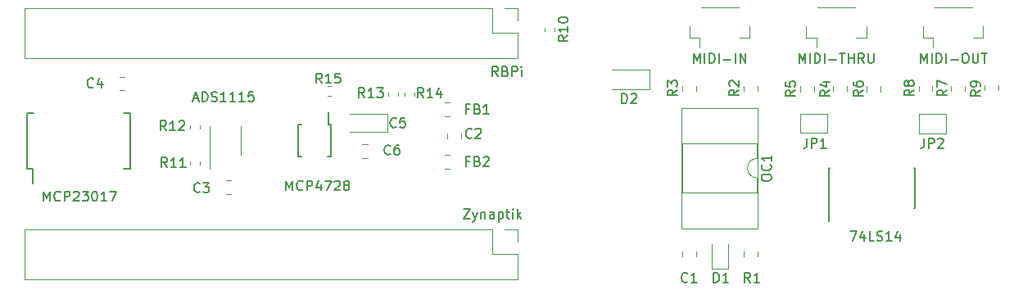
<source format=gbr>
G04 #@! TF.GenerationSoftware,KiCad,Pcbnew,5.1.6-c6e7f7d~87~ubuntu18.04.1*
G04 #@! TF.CreationDate,2020-12-02T03:09:43+01:00*
G04 #@! TF.ProjectId,zynthian_zynaptik,7a796e74-6869-4616-9e5f-7a796e617074,1.0*
G04 #@! TF.SameCoordinates,Original*
G04 #@! TF.FileFunction,Legend,Top*
G04 #@! TF.FilePolarity,Positive*
%FSLAX46Y46*%
G04 Gerber Fmt 4.6, Leading zero omitted, Abs format (unit mm)*
G04 Created by KiCad (PCBNEW 5.1.6-c6e7f7d~87~ubuntu18.04.1) date 2020-12-02 03:09:43*
%MOMM*%
%LPD*%
G01*
G04 APERTURE LIST*
%ADD10C,0.150000*%
%ADD11C,0.120000*%
G04 APERTURE END LIST*
D10*
X152250000Y-122875000D02*
X152275000Y-122875000D01*
X152250000Y-118725000D02*
X152365000Y-118725000D01*
X161150000Y-118725000D02*
X161035000Y-118725000D01*
X161150000Y-122875000D02*
X161035000Y-122875000D01*
X152250000Y-122875000D02*
X152250000Y-118725000D01*
X161150000Y-122875000D02*
X161150000Y-118725000D01*
X152275000Y-122875000D02*
X152275000Y-124250000D01*
D11*
X138505000Y-127376422D02*
X138505000Y-127893578D01*
X137085000Y-127376422D02*
X137085000Y-127893578D01*
X79458578Y-109290000D02*
X78941422Y-109290000D01*
X79458578Y-110710000D02*
X78941422Y-110710000D01*
X133750000Y-110600000D02*
X133750000Y-108600000D01*
X133750000Y-108600000D02*
X129850000Y-108600000D01*
X133750000Y-110600000D02*
X129850000Y-110600000D01*
X137860000Y-104100000D02*
X137860000Y-105250000D01*
X137860000Y-105250000D02*
X138910000Y-105250000D01*
X138910000Y-105250000D02*
X138910000Y-106240000D01*
X144080000Y-104100000D02*
X144080000Y-105250000D01*
X144080000Y-105250000D02*
X143030000Y-105250000D01*
X139030000Y-102130000D02*
X142910000Y-102130000D01*
X151095000Y-102130000D02*
X154975000Y-102130000D01*
X156145000Y-105250000D02*
X155095000Y-105250000D01*
X156145000Y-104100000D02*
X156145000Y-105250000D01*
X150975000Y-105250000D02*
X150975000Y-106240000D01*
X149925000Y-105250000D02*
X150975000Y-105250000D01*
X149925000Y-104100000D02*
X149925000Y-105250000D01*
X161990000Y-104100000D02*
X161990000Y-105250000D01*
X161990000Y-105250000D02*
X163040000Y-105250000D01*
X163040000Y-105250000D02*
X163040000Y-106240000D01*
X168210000Y-104100000D02*
X168210000Y-105250000D01*
X168210000Y-105250000D02*
X167160000Y-105250000D01*
X163160000Y-102130000D02*
X167040000Y-102130000D01*
X144855000Y-127893578D02*
X144855000Y-127376422D01*
X143435000Y-127893578D02*
X143435000Y-127376422D01*
X144855000Y-110748578D02*
X144855000Y-110231422D01*
X143435000Y-110748578D02*
X143435000Y-110231422D01*
X137085000Y-110748578D02*
X137085000Y-110231422D01*
X138505000Y-110748578D02*
X138505000Y-110231422D01*
X120075000Y-102175000D02*
X120075000Y-103505000D01*
X118745000Y-102175000D02*
X120075000Y-102175000D01*
X120075000Y-104775000D02*
X120075000Y-107375000D01*
X117475000Y-104775000D02*
X120075000Y-104775000D01*
X117475000Y-102175000D02*
X117475000Y-104775000D01*
X120075000Y-107375000D02*
X69155000Y-107375000D01*
X117475000Y-102175000D02*
X69155000Y-102175000D01*
X69155000Y-102175000D02*
X69155000Y-107375000D01*
X69155000Y-125035000D02*
X69155000Y-130235000D01*
X117475000Y-125035000D02*
X69155000Y-125035000D01*
X120075000Y-130235000D02*
X69155000Y-130235000D01*
X117475000Y-125035000D02*
X117475000Y-127635000D01*
X117475000Y-127635000D02*
X120075000Y-127635000D01*
X120075000Y-127635000D02*
X120075000Y-130235000D01*
X118745000Y-125035000D02*
X120075000Y-125035000D01*
X120075000Y-125035000D02*
X120075000Y-126365000D01*
X152706000Y-110231422D02*
X152706000Y-110748578D01*
X154126000Y-110231422D02*
X154126000Y-110748578D01*
X149277000Y-110812078D02*
X149277000Y-110294922D01*
X150697000Y-110812078D02*
X150697000Y-110294922D01*
X156135000Y-110294922D02*
X156135000Y-110812078D01*
X157555000Y-110294922D02*
X157555000Y-110812078D01*
X166318000Y-110231422D02*
X166318000Y-110748578D01*
X164898000Y-110231422D02*
X164898000Y-110748578D01*
X162952500Y-110748578D02*
X162952500Y-110231422D01*
X161532500Y-110748578D02*
X161532500Y-110231422D01*
X169747000Y-110167922D02*
X169747000Y-110685078D01*
X168327000Y-110167922D02*
X168327000Y-110685078D01*
X149270500Y-115109500D02*
X149270500Y-113109500D01*
X152070500Y-115109500D02*
X149270500Y-115109500D01*
X152070500Y-113109500D02*
X152070500Y-115109500D01*
X149270500Y-113109500D02*
X152070500Y-113109500D01*
X161541000Y-113173000D02*
X164341000Y-113173000D01*
X164341000Y-113173000D02*
X164341000Y-115173000D01*
X164341000Y-115173000D02*
X161541000Y-115173000D01*
X161541000Y-115173000D02*
X161541000Y-113173000D01*
X114210000Y-115141422D02*
X114210000Y-115658578D01*
X112790000Y-115141422D02*
X112790000Y-115658578D01*
X89941422Y-121410000D02*
X90458578Y-121410000D01*
X89941422Y-119990000D02*
X90458578Y-119990000D01*
X104558578Y-117710000D02*
X104041422Y-117710000D01*
X104558578Y-116290000D02*
X104041422Y-116290000D01*
X140120000Y-129135000D02*
X141820000Y-129135000D01*
X141820000Y-129135000D02*
X141820000Y-126585000D01*
X140120000Y-129135000D02*
X140120000Y-126585000D01*
X113058578Y-111990000D02*
X112541422Y-111990000D01*
X113058578Y-113410000D02*
X112541422Y-113410000D01*
X112541422Y-117390000D02*
X113058578Y-117390000D01*
X112541422Y-118810000D02*
X113058578Y-118810000D01*
X86190000Y-118024721D02*
X86190000Y-118350279D01*
X87210000Y-118024721D02*
X87210000Y-118350279D01*
X86190000Y-114337221D02*
X86190000Y-114662779D01*
X87210000Y-114337221D02*
X87210000Y-114662779D01*
X106690000Y-111250279D02*
X106690000Y-110924721D01*
X107710000Y-111250279D02*
X107710000Y-110924721D01*
X108390000Y-111250279D02*
X108390000Y-110924721D01*
X109410000Y-111250279D02*
X109410000Y-110924721D01*
X100437221Y-110290000D02*
X100762779Y-110290000D01*
X100437221Y-111310000D02*
X100762779Y-111310000D01*
X91510000Y-115900000D02*
X91510000Y-114400000D01*
X91510000Y-115900000D02*
X91510000Y-117400000D01*
X88290000Y-115900000D02*
X88290000Y-114400000D01*
X88290000Y-115900000D02*
X88290000Y-118825000D01*
D10*
X100775000Y-114225000D02*
X100550000Y-114225000D01*
X100775000Y-117575000D02*
X100475000Y-117575000D01*
X97425000Y-117575000D02*
X97725000Y-117575000D01*
X97425000Y-114225000D02*
X97725000Y-114225000D01*
X100775000Y-114225000D02*
X100775000Y-117575000D01*
X97425000Y-114225000D02*
X97425000Y-117575000D01*
X100550000Y-114225000D02*
X100550000Y-113000000D01*
X69375000Y-118775000D02*
X69950000Y-118775000D01*
X69375000Y-113025000D02*
X70025000Y-113025000D01*
X80025000Y-113025000D02*
X79375000Y-113025000D01*
X80025000Y-118775000D02*
X79375000Y-118775000D01*
X69375000Y-118775000D02*
X69375000Y-113025000D01*
X80025000Y-118775000D02*
X80025000Y-113025000D01*
X69950000Y-118775000D02*
X69950000Y-120375000D01*
D11*
X102700000Y-115035000D02*
X106610000Y-115035000D01*
X106610000Y-115035000D02*
X106610000Y-113165000D01*
X106610000Y-113165000D02*
X102700000Y-113165000D01*
X123910000Y-104237221D02*
X123910000Y-104562779D01*
X122890000Y-104237221D02*
X122890000Y-104562779D01*
X144900000Y-124980000D02*
X144900000Y-112510000D01*
X137040000Y-124980000D02*
X144900000Y-124980000D01*
X137040000Y-112510000D02*
X137040000Y-124980000D01*
X144900000Y-112510000D02*
X137040000Y-112510000D01*
X144840000Y-121280000D02*
X144840000Y-119745000D01*
X137100000Y-121280000D02*
X144840000Y-121280000D01*
X137100000Y-116210000D02*
X137100000Y-121280000D01*
X144840000Y-116210000D02*
X137100000Y-116210000D01*
X144840000Y-117745000D02*
X144840000Y-116210000D01*
X144840000Y-119745000D02*
G75*
G02*
X144840000Y-117745000I0J1000000D01*
G01*
D10*
X154457142Y-125252380D02*
X155123809Y-125252380D01*
X154695238Y-126252380D01*
X155933333Y-125585714D02*
X155933333Y-126252380D01*
X155695238Y-125204761D02*
X155457142Y-125919047D01*
X156076190Y-125919047D01*
X156933333Y-126252380D02*
X156457142Y-126252380D01*
X156457142Y-125252380D01*
X157219047Y-126204761D02*
X157361904Y-126252380D01*
X157600000Y-126252380D01*
X157695238Y-126204761D01*
X157742857Y-126157142D01*
X157790476Y-126061904D01*
X157790476Y-125966666D01*
X157742857Y-125871428D01*
X157695238Y-125823809D01*
X157600000Y-125776190D01*
X157409523Y-125728571D01*
X157314285Y-125680952D01*
X157266666Y-125633333D01*
X157219047Y-125538095D01*
X157219047Y-125442857D01*
X157266666Y-125347619D01*
X157314285Y-125300000D01*
X157409523Y-125252380D01*
X157647619Y-125252380D01*
X157790476Y-125300000D01*
X158742857Y-126252380D02*
X158171428Y-126252380D01*
X158457142Y-126252380D02*
X158457142Y-125252380D01*
X158361904Y-125395238D01*
X158266666Y-125490476D01*
X158171428Y-125538095D01*
X159600000Y-125585714D02*
X159600000Y-126252380D01*
X159361904Y-125204761D02*
X159123809Y-125919047D01*
X159742857Y-125919047D01*
X137633333Y-130457142D02*
X137585714Y-130504761D01*
X137442857Y-130552380D01*
X137347619Y-130552380D01*
X137204761Y-130504761D01*
X137109523Y-130409523D01*
X137061904Y-130314285D01*
X137014285Y-130123809D01*
X137014285Y-129980952D01*
X137061904Y-129790476D01*
X137109523Y-129695238D01*
X137204761Y-129600000D01*
X137347619Y-129552380D01*
X137442857Y-129552380D01*
X137585714Y-129600000D01*
X137633333Y-129647619D01*
X138585714Y-130552380D02*
X138014285Y-130552380D01*
X138300000Y-130552380D02*
X138300000Y-129552380D01*
X138204761Y-129695238D01*
X138109523Y-129790476D01*
X138014285Y-129838095D01*
X76233333Y-110357142D02*
X76185714Y-110404761D01*
X76042857Y-110452380D01*
X75947619Y-110452380D01*
X75804761Y-110404761D01*
X75709523Y-110309523D01*
X75661904Y-110214285D01*
X75614285Y-110023809D01*
X75614285Y-109880952D01*
X75661904Y-109690476D01*
X75709523Y-109595238D01*
X75804761Y-109500000D01*
X75947619Y-109452380D01*
X76042857Y-109452380D01*
X76185714Y-109500000D01*
X76233333Y-109547619D01*
X77090476Y-109785714D02*
X77090476Y-110452380D01*
X76852380Y-109404761D02*
X76614285Y-110119047D01*
X77233333Y-110119047D01*
X130861904Y-112052380D02*
X130861904Y-111052380D01*
X131100000Y-111052380D01*
X131242857Y-111100000D01*
X131338095Y-111195238D01*
X131385714Y-111290476D01*
X131433333Y-111480952D01*
X131433333Y-111623809D01*
X131385714Y-111814285D01*
X131338095Y-111909523D01*
X131242857Y-112004761D01*
X131100000Y-112052380D01*
X130861904Y-112052380D01*
X131814285Y-111147619D02*
X131861904Y-111100000D01*
X131957142Y-111052380D01*
X132195238Y-111052380D01*
X132290476Y-111100000D01*
X132338095Y-111147619D01*
X132385714Y-111242857D01*
X132385714Y-111338095D01*
X132338095Y-111480952D01*
X131766666Y-112052380D01*
X132385714Y-112052380D01*
X138279523Y-107892380D02*
X138279523Y-106892380D01*
X138612857Y-107606666D01*
X138946190Y-106892380D01*
X138946190Y-107892380D01*
X139422380Y-107892380D02*
X139422380Y-106892380D01*
X139898571Y-107892380D02*
X139898571Y-106892380D01*
X140136666Y-106892380D01*
X140279523Y-106940000D01*
X140374761Y-107035238D01*
X140422380Y-107130476D01*
X140470000Y-107320952D01*
X140470000Y-107463809D01*
X140422380Y-107654285D01*
X140374761Y-107749523D01*
X140279523Y-107844761D01*
X140136666Y-107892380D01*
X139898571Y-107892380D01*
X140898571Y-107892380D02*
X140898571Y-106892380D01*
X141374761Y-107511428D02*
X142136666Y-107511428D01*
X142612857Y-107892380D02*
X142612857Y-106892380D01*
X143089047Y-107892380D02*
X143089047Y-106892380D01*
X143660476Y-107892380D01*
X143660476Y-106892380D01*
X149177857Y-107892380D02*
X149177857Y-106892380D01*
X149511190Y-107606666D01*
X149844523Y-106892380D01*
X149844523Y-107892380D01*
X150320714Y-107892380D02*
X150320714Y-106892380D01*
X150796904Y-107892380D02*
X150796904Y-106892380D01*
X151035000Y-106892380D01*
X151177857Y-106940000D01*
X151273095Y-107035238D01*
X151320714Y-107130476D01*
X151368333Y-107320952D01*
X151368333Y-107463809D01*
X151320714Y-107654285D01*
X151273095Y-107749523D01*
X151177857Y-107844761D01*
X151035000Y-107892380D01*
X150796904Y-107892380D01*
X151796904Y-107892380D02*
X151796904Y-106892380D01*
X152273095Y-107511428D02*
X153035000Y-107511428D01*
X153368333Y-106892380D02*
X153939761Y-106892380D01*
X153654047Y-107892380D02*
X153654047Y-106892380D01*
X154273095Y-107892380D02*
X154273095Y-106892380D01*
X154273095Y-107368571D02*
X154844523Y-107368571D01*
X154844523Y-107892380D02*
X154844523Y-106892380D01*
X155892142Y-107892380D02*
X155558809Y-107416190D01*
X155320714Y-107892380D02*
X155320714Y-106892380D01*
X155701666Y-106892380D01*
X155796904Y-106940000D01*
X155844523Y-106987619D01*
X155892142Y-107082857D01*
X155892142Y-107225714D01*
X155844523Y-107320952D01*
X155796904Y-107368571D01*
X155701666Y-107416190D01*
X155320714Y-107416190D01*
X156320714Y-106892380D02*
X156320714Y-107701904D01*
X156368333Y-107797142D01*
X156415952Y-107844761D01*
X156511190Y-107892380D01*
X156701666Y-107892380D01*
X156796904Y-107844761D01*
X156844523Y-107797142D01*
X156892142Y-107701904D01*
X156892142Y-106892380D01*
X161742857Y-107892380D02*
X161742857Y-106892380D01*
X162076190Y-107606666D01*
X162409523Y-106892380D01*
X162409523Y-107892380D01*
X162885714Y-107892380D02*
X162885714Y-106892380D01*
X163361904Y-107892380D02*
X163361904Y-106892380D01*
X163600000Y-106892380D01*
X163742857Y-106940000D01*
X163838095Y-107035238D01*
X163885714Y-107130476D01*
X163933333Y-107320952D01*
X163933333Y-107463809D01*
X163885714Y-107654285D01*
X163838095Y-107749523D01*
X163742857Y-107844761D01*
X163600000Y-107892380D01*
X163361904Y-107892380D01*
X164361904Y-107892380D02*
X164361904Y-106892380D01*
X164838095Y-107511428D02*
X165600000Y-107511428D01*
X166266666Y-106892380D02*
X166457142Y-106892380D01*
X166552380Y-106940000D01*
X166647619Y-107035238D01*
X166695238Y-107225714D01*
X166695238Y-107559047D01*
X166647619Y-107749523D01*
X166552380Y-107844761D01*
X166457142Y-107892380D01*
X166266666Y-107892380D01*
X166171428Y-107844761D01*
X166076190Y-107749523D01*
X166028571Y-107559047D01*
X166028571Y-107225714D01*
X166076190Y-107035238D01*
X166171428Y-106940000D01*
X166266666Y-106892380D01*
X167123809Y-106892380D02*
X167123809Y-107701904D01*
X167171428Y-107797142D01*
X167219047Y-107844761D01*
X167314285Y-107892380D01*
X167504761Y-107892380D01*
X167600000Y-107844761D01*
X167647619Y-107797142D01*
X167695238Y-107701904D01*
X167695238Y-106892380D01*
X168028571Y-106892380D02*
X168600000Y-106892380D01*
X168314285Y-107892380D02*
X168314285Y-106892380D01*
X144133333Y-130552380D02*
X143800000Y-130076190D01*
X143561904Y-130552380D02*
X143561904Y-129552380D01*
X143942857Y-129552380D01*
X144038095Y-129600000D01*
X144085714Y-129647619D01*
X144133333Y-129742857D01*
X144133333Y-129885714D01*
X144085714Y-129980952D01*
X144038095Y-130028571D01*
X143942857Y-130076190D01*
X143561904Y-130076190D01*
X145085714Y-130552380D02*
X144514285Y-130552380D01*
X144800000Y-130552380D02*
X144800000Y-129552380D01*
X144704761Y-129695238D01*
X144609523Y-129790476D01*
X144514285Y-129838095D01*
X142947380Y-110656666D02*
X142471190Y-110990000D01*
X142947380Y-111228095D02*
X141947380Y-111228095D01*
X141947380Y-110847142D01*
X141995000Y-110751904D01*
X142042619Y-110704285D01*
X142137857Y-110656666D01*
X142280714Y-110656666D01*
X142375952Y-110704285D01*
X142423571Y-110751904D01*
X142471190Y-110847142D01*
X142471190Y-111228095D01*
X142042619Y-110275714D02*
X141995000Y-110228095D01*
X141947380Y-110132857D01*
X141947380Y-109894761D01*
X141995000Y-109799523D01*
X142042619Y-109751904D01*
X142137857Y-109704285D01*
X142233095Y-109704285D01*
X142375952Y-109751904D01*
X142947380Y-110323333D01*
X142947380Y-109704285D01*
X136597380Y-110656666D02*
X136121190Y-110990000D01*
X136597380Y-111228095D02*
X135597380Y-111228095D01*
X135597380Y-110847142D01*
X135645000Y-110751904D01*
X135692619Y-110704285D01*
X135787857Y-110656666D01*
X135930714Y-110656666D01*
X136025952Y-110704285D01*
X136073571Y-110751904D01*
X136121190Y-110847142D01*
X136121190Y-111228095D01*
X135597380Y-110323333D02*
X135597380Y-109704285D01*
X135978333Y-110037619D01*
X135978333Y-109894761D01*
X136025952Y-109799523D01*
X136073571Y-109751904D01*
X136168809Y-109704285D01*
X136406904Y-109704285D01*
X136502142Y-109751904D01*
X136549761Y-109799523D01*
X136597380Y-109894761D01*
X136597380Y-110180476D01*
X136549761Y-110275714D01*
X136502142Y-110323333D01*
X118071428Y-109252380D02*
X117738095Y-108776190D01*
X117500000Y-109252380D02*
X117500000Y-108252380D01*
X117880952Y-108252380D01*
X117976190Y-108300000D01*
X118023809Y-108347619D01*
X118071428Y-108442857D01*
X118071428Y-108585714D01*
X118023809Y-108680952D01*
X117976190Y-108728571D01*
X117880952Y-108776190D01*
X117500000Y-108776190D01*
X118833333Y-108728571D02*
X118976190Y-108776190D01*
X119023809Y-108823809D01*
X119071428Y-108919047D01*
X119071428Y-109061904D01*
X119023809Y-109157142D01*
X118976190Y-109204761D01*
X118880952Y-109252380D01*
X118500000Y-109252380D01*
X118500000Y-108252380D01*
X118833333Y-108252380D01*
X118928571Y-108300000D01*
X118976190Y-108347619D01*
X119023809Y-108442857D01*
X119023809Y-108538095D01*
X118976190Y-108633333D01*
X118928571Y-108680952D01*
X118833333Y-108728571D01*
X118500000Y-108728571D01*
X119500000Y-109252380D02*
X119500000Y-108252380D01*
X119880952Y-108252380D01*
X119976190Y-108300000D01*
X120023809Y-108347619D01*
X120071428Y-108442857D01*
X120071428Y-108585714D01*
X120023809Y-108680952D01*
X119976190Y-108728571D01*
X119880952Y-108776190D01*
X119500000Y-108776190D01*
X120500000Y-109252380D02*
X120500000Y-108585714D01*
X120500000Y-108252380D02*
X120452380Y-108300000D01*
X120500000Y-108347619D01*
X120547619Y-108300000D01*
X120500000Y-108252380D01*
X120500000Y-108347619D01*
X114500000Y-122952380D02*
X115166666Y-122952380D01*
X114500000Y-123952380D01*
X115166666Y-123952380D01*
X115452380Y-123285714D02*
X115690476Y-123952380D01*
X115928571Y-123285714D02*
X115690476Y-123952380D01*
X115595238Y-124190476D01*
X115547619Y-124238095D01*
X115452380Y-124285714D01*
X116309523Y-123285714D02*
X116309523Y-123952380D01*
X116309523Y-123380952D02*
X116357142Y-123333333D01*
X116452380Y-123285714D01*
X116595238Y-123285714D01*
X116690476Y-123333333D01*
X116738095Y-123428571D01*
X116738095Y-123952380D01*
X117642857Y-123952380D02*
X117642857Y-123428571D01*
X117595238Y-123333333D01*
X117500000Y-123285714D01*
X117309523Y-123285714D01*
X117214285Y-123333333D01*
X117642857Y-123904761D02*
X117547619Y-123952380D01*
X117309523Y-123952380D01*
X117214285Y-123904761D01*
X117166666Y-123809523D01*
X117166666Y-123714285D01*
X117214285Y-123619047D01*
X117309523Y-123571428D01*
X117547619Y-123571428D01*
X117642857Y-123523809D01*
X118119047Y-123285714D02*
X118119047Y-124285714D01*
X118119047Y-123333333D02*
X118214285Y-123285714D01*
X118404761Y-123285714D01*
X118500000Y-123333333D01*
X118547619Y-123380952D01*
X118595238Y-123476190D01*
X118595238Y-123761904D01*
X118547619Y-123857142D01*
X118500000Y-123904761D01*
X118404761Y-123952380D01*
X118214285Y-123952380D01*
X118119047Y-123904761D01*
X118880952Y-123285714D02*
X119261904Y-123285714D01*
X119023809Y-122952380D02*
X119023809Y-123809523D01*
X119071428Y-123904761D01*
X119166666Y-123952380D01*
X119261904Y-123952380D01*
X119595238Y-123952380D02*
X119595238Y-123285714D01*
X119595238Y-122952380D02*
X119547619Y-123000000D01*
X119595238Y-123047619D01*
X119642857Y-123000000D01*
X119595238Y-122952380D01*
X119595238Y-123047619D01*
X120071428Y-123952380D02*
X120071428Y-122952380D01*
X120166666Y-123571428D02*
X120452380Y-123952380D01*
X120452380Y-123285714D02*
X120071428Y-123666666D01*
X152344380Y-110720166D02*
X151868190Y-111053500D01*
X152344380Y-111291595D02*
X151344380Y-111291595D01*
X151344380Y-110910642D01*
X151392000Y-110815404D01*
X151439619Y-110767785D01*
X151534857Y-110720166D01*
X151677714Y-110720166D01*
X151772952Y-110767785D01*
X151820571Y-110815404D01*
X151868190Y-110910642D01*
X151868190Y-111291595D01*
X151677714Y-109863023D02*
X152344380Y-109863023D01*
X151296761Y-110101119D02*
X152011047Y-110339214D01*
X152011047Y-109720166D01*
X148789380Y-110720166D02*
X148313190Y-111053500D01*
X148789380Y-111291595D02*
X147789380Y-111291595D01*
X147789380Y-110910642D01*
X147837000Y-110815404D01*
X147884619Y-110767785D01*
X147979857Y-110720166D01*
X148122714Y-110720166D01*
X148217952Y-110767785D01*
X148265571Y-110815404D01*
X148313190Y-110910642D01*
X148313190Y-111291595D01*
X147789380Y-109815404D02*
X147789380Y-110291595D01*
X148265571Y-110339214D01*
X148217952Y-110291595D01*
X148170333Y-110196357D01*
X148170333Y-109958261D01*
X148217952Y-109863023D01*
X148265571Y-109815404D01*
X148360809Y-109767785D01*
X148598904Y-109767785D01*
X148694142Y-109815404D01*
X148741761Y-109863023D01*
X148789380Y-109958261D01*
X148789380Y-110196357D01*
X148741761Y-110291595D01*
X148694142Y-110339214D01*
X155773380Y-110720166D02*
X155297190Y-111053500D01*
X155773380Y-111291595D02*
X154773380Y-111291595D01*
X154773380Y-110910642D01*
X154821000Y-110815404D01*
X154868619Y-110767785D01*
X154963857Y-110720166D01*
X155106714Y-110720166D01*
X155201952Y-110767785D01*
X155249571Y-110815404D01*
X155297190Y-110910642D01*
X155297190Y-111291595D01*
X154773380Y-109863023D02*
X154773380Y-110053500D01*
X154821000Y-110148738D01*
X154868619Y-110196357D01*
X155011476Y-110291595D01*
X155201952Y-110339214D01*
X155582904Y-110339214D01*
X155678142Y-110291595D01*
X155725761Y-110243976D01*
X155773380Y-110148738D01*
X155773380Y-109958261D01*
X155725761Y-109863023D01*
X155678142Y-109815404D01*
X155582904Y-109767785D01*
X155344809Y-109767785D01*
X155249571Y-109815404D01*
X155201952Y-109863023D01*
X155154333Y-109958261D01*
X155154333Y-110148738D01*
X155201952Y-110243976D01*
X155249571Y-110291595D01*
X155344809Y-110339214D01*
X164472880Y-110656666D02*
X163996690Y-110990000D01*
X164472880Y-111228095D02*
X163472880Y-111228095D01*
X163472880Y-110847142D01*
X163520500Y-110751904D01*
X163568119Y-110704285D01*
X163663357Y-110656666D01*
X163806214Y-110656666D01*
X163901452Y-110704285D01*
X163949071Y-110751904D01*
X163996690Y-110847142D01*
X163996690Y-111228095D01*
X163472880Y-110323333D02*
X163472880Y-109656666D01*
X164472880Y-110085238D01*
X161044880Y-110656666D02*
X160568690Y-110990000D01*
X161044880Y-111228095D02*
X160044880Y-111228095D01*
X160044880Y-110847142D01*
X160092500Y-110751904D01*
X160140119Y-110704285D01*
X160235357Y-110656666D01*
X160378214Y-110656666D01*
X160473452Y-110704285D01*
X160521071Y-110751904D01*
X160568690Y-110847142D01*
X160568690Y-111228095D01*
X160473452Y-110085238D02*
X160425833Y-110180476D01*
X160378214Y-110228095D01*
X160282976Y-110275714D01*
X160235357Y-110275714D01*
X160140119Y-110228095D01*
X160092500Y-110180476D01*
X160044880Y-110085238D01*
X160044880Y-109894761D01*
X160092500Y-109799523D01*
X160140119Y-109751904D01*
X160235357Y-109704285D01*
X160282976Y-109704285D01*
X160378214Y-109751904D01*
X160425833Y-109799523D01*
X160473452Y-109894761D01*
X160473452Y-110085238D01*
X160521071Y-110180476D01*
X160568690Y-110228095D01*
X160663928Y-110275714D01*
X160854404Y-110275714D01*
X160949642Y-110228095D01*
X160997261Y-110180476D01*
X161044880Y-110085238D01*
X161044880Y-109894761D01*
X160997261Y-109799523D01*
X160949642Y-109751904D01*
X160854404Y-109704285D01*
X160663928Y-109704285D01*
X160568690Y-109751904D01*
X160521071Y-109799523D01*
X160473452Y-109894761D01*
X167901880Y-110720166D02*
X167425690Y-111053500D01*
X167901880Y-111291595D02*
X166901880Y-111291595D01*
X166901880Y-110910642D01*
X166949500Y-110815404D01*
X166997119Y-110767785D01*
X167092357Y-110720166D01*
X167235214Y-110720166D01*
X167330452Y-110767785D01*
X167378071Y-110815404D01*
X167425690Y-110910642D01*
X167425690Y-111291595D01*
X167901880Y-110243976D02*
X167901880Y-110053500D01*
X167854261Y-109958261D01*
X167806642Y-109910642D01*
X167663785Y-109815404D01*
X167473309Y-109767785D01*
X167092357Y-109767785D01*
X166997119Y-109815404D01*
X166949500Y-109863023D01*
X166901880Y-109958261D01*
X166901880Y-110148738D01*
X166949500Y-110243976D01*
X166997119Y-110291595D01*
X167092357Y-110339214D01*
X167330452Y-110339214D01*
X167425690Y-110291595D01*
X167473309Y-110243976D01*
X167520928Y-110148738D01*
X167520928Y-109958261D01*
X167473309Y-109863023D01*
X167425690Y-109815404D01*
X167330452Y-109767785D01*
X149979166Y-115657380D02*
X149979166Y-116371666D01*
X149931547Y-116514523D01*
X149836309Y-116609761D01*
X149693452Y-116657380D01*
X149598214Y-116657380D01*
X150455357Y-116657380D02*
X150455357Y-115657380D01*
X150836309Y-115657380D01*
X150931547Y-115705000D01*
X150979166Y-115752619D01*
X151026785Y-115847857D01*
X151026785Y-115990714D01*
X150979166Y-116085952D01*
X150931547Y-116133571D01*
X150836309Y-116181190D01*
X150455357Y-116181190D01*
X151979166Y-116657380D02*
X151407738Y-116657380D01*
X151693452Y-116657380D02*
X151693452Y-115657380D01*
X151598214Y-115800238D01*
X151502976Y-115895476D01*
X151407738Y-115943095D01*
X162107666Y-115657380D02*
X162107666Y-116371666D01*
X162060047Y-116514523D01*
X161964809Y-116609761D01*
X161821952Y-116657380D01*
X161726714Y-116657380D01*
X162583857Y-116657380D02*
X162583857Y-115657380D01*
X162964809Y-115657380D01*
X163060047Y-115705000D01*
X163107666Y-115752619D01*
X163155285Y-115847857D01*
X163155285Y-115990714D01*
X163107666Y-116085952D01*
X163060047Y-116133571D01*
X162964809Y-116181190D01*
X162583857Y-116181190D01*
X163536238Y-115752619D02*
X163583857Y-115705000D01*
X163679095Y-115657380D01*
X163917190Y-115657380D01*
X164012428Y-115705000D01*
X164060047Y-115752619D01*
X164107666Y-115847857D01*
X164107666Y-115943095D01*
X164060047Y-116085952D01*
X163488619Y-116657380D01*
X164107666Y-116657380D01*
X115333333Y-115557142D02*
X115285714Y-115604761D01*
X115142857Y-115652380D01*
X115047619Y-115652380D01*
X114904761Y-115604761D01*
X114809523Y-115509523D01*
X114761904Y-115414285D01*
X114714285Y-115223809D01*
X114714285Y-115080952D01*
X114761904Y-114890476D01*
X114809523Y-114795238D01*
X114904761Y-114700000D01*
X115047619Y-114652380D01*
X115142857Y-114652380D01*
X115285714Y-114700000D01*
X115333333Y-114747619D01*
X115714285Y-114747619D02*
X115761904Y-114700000D01*
X115857142Y-114652380D01*
X116095238Y-114652380D01*
X116190476Y-114700000D01*
X116238095Y-114747619D01*
X116285714Y-114842857D01*
X116285714Y-114938095D01*
X116238095Y-115080952D01*
X115666666Y-115652380D01*
X116285714Y-115652380D01*
X87233333Y-121157142D02*
X87185714Y-121204761D01*
X87042857Y-121252380D01*
X86947619Y-121252380D01*
X86804761Y-121204761D01*
X86709523Y-121109523D01*
X86661904Y-121014285D01*
X86614285Y-120823809D01*
X86614285Y-120680952D01*
X86661904Y-120490476D01*
X86709523Y-120395238D01*
X86804761Y-120300000D01*
X86947619Y-120252380D01*
X87042857Y-120252380D01*
X87185714Y-120300000D01*
X87233333Y-120347619D01*
X87566666Y-120252380D02*
X88185714Y-120252380D01*
X87852380Y-120633333D01*
X87995238Y-120633333D01*
X88090476Y-120680952D01*
X88138095Y-120728571D01*
X88185714Y-120823809D01*
X88185714Y-121061904D01*
X88138095Y-121157142D01*
X88090476Y-121204761D01*
X87995238Y-121252380D01*
X87709523Y-121252380D01*
X87614285Y-121204761D01*
X87566666Y-121157142D01*
X106933333Y-117257142D02*
X106885714Y-117304761D01*
X106742857Y-117352380D01*
X106647619Y-117352380D01*
X106504761Y-117304761D01*
X106409523Y-117209523D01*
X106361904Y-117114285D01*
X106314285Y-116923809D01*
X106314285Y-116780952D01*
X106361904Y-116590476D01*
X106409523Y-116495238D01*
X106504761Y-116400000D01*
X106647619Y-116352380D01*
X106742857Y-116352380D01*
X106885714Y-116400000D01*
X106933333Y-116447619D01*
X107790476Y-116352380D02*
X107600000Y-116352380D01*
X107504761Y-116400000D01*
X107457142Y-116447619D01*
X107361904Y-116590476D01*
X107314285Y-116780952D01*
X107314285Y-117161904D01*
X107361904Y-117257142D01*
X107409523Y-117304761D01*
X107504761Y-117352380D01*
X107695238Y-117352380D01*
X107790476Y-117304761D01*
X107838095Y-117257142D01*
X107885714Y-117161904D01*
X107885714Y-116923809D01*
X107838095Y-116828571D01*
X107790476Y-116780952D01*
X107695238Y-116733333D01*
X107504761Y-116733333D01*
X107409523Y-116780952D01*
X107361904Y-116828571D01*
X107314285Y-116923809D01*
X140361904Y-130552380D02*
X140361904Y-129552380D01*
X140600000Y-129552380D01*
X140742857Y-129600000D01*
X140838095Y-129695238D01*
X140885714Y-129790476D01*
X140933333Y-129980952D01*
X140933333Y-130123809D01*
X140885714Y-130314285D01*
X140838095Y-130409523D01*
X140742857Y-130504761D01*
X140600000Y-130552380D01*
X140361904Y-130552380D01*
X141885714Y-130552380D02*
X141314285Y-130552380D01*
X141600000Y-130552380D02*
X141600000Y-129552380D01*
X141504761Y-129695238D01*
X141409523Y-129790476D01*
X141314285Y-129838095D01*
X115066666Y-112628571D02*
X114733333Y-112628571D01*
X114733333Y-113152380D02*
X114733333Y-112152380D01*
X115209523Y-112152380D01*
X115923809Y-112628571D02*
X116066666Y-112676190D01*
X116114285Y-112723809D01*
X116161904Y-112819047D01*
X116161904Y-112961904D01*
X116114285Y-113057142D01*
X116066666Y-113104761D01*
X115971428Y-113152380D01*
X115590476Y-113152380D01*
X115590476Y-112152380D01*
X115923809Y-112152380D01*
X116019047Y-112200000D01*
X116066666Y-112247619D01*
X116114285Y-112342857D01*
X116114285Y-112438095D01*
X116066666Y-112533333D01*
X116019047Y-112580952D01*
X115923809Y-112628571D01*
X115590476Y-112628571D01*
X117114285Y-113152380D02*
X116542857Y-113152380D01*
X116828571Y-113152380D02*
X116828571Y-112152380D01*
X116733333Y-112295238D01*
X116638095Y-112390476D01*
X116542857Y-112438095D01*
X115066666Y-118028571D02*
X114733333Y-118028571D01*
X114733333Y-118552380D02*
X114733333Y-117552380D01*
X115209523Y-117552380D01*
X115923809Y-118028571D02*
X116066666Y-118076190D01*
X116114285Y-118123809D01*
X116161904Y-118219047D01*
X116161904Y-118361904D01*
X116114285Y-118457142D01*
X116066666Y-118504761D01*
X115971428Y-118552380D01*
X115590476Y-118552380D01*
X115590476Y-117552380D01*
X115923809Y-117552380D01*
X116019047Y-117600000D01*
X116066666Y-117647619D01*
X116114285Y-117742857D01*
X116114285Y-117838095D01*
X116066666Y-117933333D01*
X116019047Y-117980952D01*
X115923809Y-118028571D01*
X115590476Y-118028571D01*
X116542857Y-117647619D02*
X116590476Y-117600000D01*
X116685714Y-117552380D01*
X116923809Y-117552380D01*
X117019047Y-117600000D01*
X117066666Y-117647619D01*
X117114285Y-117742857D01*
X117114285Y-117838095D01*
X117066666Y-117980952D01*
X116495238Y-118552380D01*
X117114285Y-118552380D01*
X83857142Y-118652380D02*
X83523809Y-118176190D01*
X83285714Y-118652380D02*
X83285714Y-117652380D01*
X83666666Y-117652380D01*
X83761904Y-117700000D01*
X83809523Y-117747619D01*
X83857142Y-117842857D01*
X83857142Y-117985714D01*
X83809523Y-118080952D01*
X83761904Y-118128571D01*
X83666666Y-118176190D01*
X83285714Y-118176190D01*
X84809523Y-118652380D02*
X84238095Y-118652380D01*
X84523809Y-118652380D02*
X84523809Y-117652380D01*
X84428571Y-117795238D01*
X84333333Y-117890476D01*
X84238095Y-117938095D01*
X85761904Y-118652380D02*
X85190476Y-118652380D01*
X85476190Y-118652380D02*
X85476190Y-117652380D01*
X85380952Y-117795238D01*
X85285714Y-117890476D01*
X85190476Y-117938095D01*
X83757142Y-114852380D02*
X83423809Y-114376190D01*
X83185714Y-114852380D02*
X83185714Y-113852380D01*
X83566666Y-113852380D01*
X83661904Y-113900000D01*
X83709523Y-113947619D01*
X83757142Y-114042857D01*
X83757142Y-114185714D01*
X83709523Y-114280952D01*
X83661904Y-114328571D01*
X83566666Y-114376190D01*
X83185714Y-114376190D01*
X84709523Y-114852380D02*
X84138095Y-114852380D01*
X84423809Y-114852380D02*
X84423809Y-113852380D01*
X84328571Y-113995238D01*
X84233333Y-114090476D01*
X84138095Y-114138095D01*
X85090476Y-113947619D02*
X85138095Y-113900000D01*
X85233333Y-113852380D01*
X85471428Y-113852380D01*
X85566666Y-113900000D01*
X85614285Y-113947619D01*
X85661904Y-114042857D01*
X85661904Y-114138095D01*
X85614285Y-114280952D01*
X85042857Y-114852380D01*
X85661904Y-114852380D01*
X104257142Y-111452380D02*
X103923809Y-110976190D01*
X103685714Y-111452380D02*
X103685714Y-110452380D01*
X104066666Y-110452380D01*
X104161904Y-110500000D01*
X104209523Y-110547619D01*
X104257142Y-110642857D01*
X104257142Y-110785714D01*
X104209523Y-110880952D01*
X104161904Y-110928571D01*
X104066666Y-110976190D01*
X103685714Y-110976190D01*
X105209523Y-111452380D02*
X104638095Y-111452380D01*
X104923809Y-111452380D02*
X104923809Y-110452380D01*
X104828571Y-110595238D01*
X104733333Y-110690476D01*
X104638095Y-110738095D01*
X105542857Y-110452380D02*
X106161904Y-110452380D01*
X105828571Y-110833333D01*
X105971428Y-110833333D01*
X106066666Y-110880952D01*
X106114285Y-110928571D01*
X106161904Y-111023809D01*
X106161904Y-111261904D01*
X106114285Y-111357142D01*
X106066666Y-111404761D01*
X105971428Y-111452380D01*
X105685714Y-111452380D01*
X105590476Y-111404761D01*
X105542857Y-111357142D01*
X110357142Y-111452380D02*
X110023809Y-110976190D01*
X109785714Y-111452380D02*
X109785714Y-110452380D01*
X110166666Y-110452380D01*
X110261904Y-110500000D01*
X110309523Y-110547619D01*
X110357142Y-110642857D01*
X110357142Y-110785714D01*
X110309523Y-110880952D01*
X110261904Y-110928571D01*
X110166666Y-110976190D01*
X109785714Y-110976190D01*
X111309523Y-111452380D02*
X110738095Y-111452380D01*
X111023809Y-111452380D02*
X111023809Y-110452380D01*
X110928571Y-110595238D01*
X110833333Y-110690476D01*
X110738095Y-110738095D01*
X112166666Y-110785714D02*
X112166666Y-111452380D01*
X111928571Y-110404761D02*
X111690476Y-111119047D01*
X112309523Y-111119047D01*
X99857142Y-109952380D02*
X99523809Y-109476190D01*
X99285714Y-109952380D02*
X99285714Y-108952380D01*
X99666666Y-108952380D01*
X99761904Y-109000000D01*
X99809523Y-109047619D01*
X99857142Y-109142857D01*
X99857142Y-109285714D01*
X99809523Y-109380952D01*
X99761904Y-109428571D01*
X99666666Y-109476190D01*
X99285714Y-109476190D01*
X100809523Y-109952380D02*
X100238095Y-109952380D01*
X100523809Y-109952380D02*
X100523809Y-108952380D01*
X100428571Y-109095238D01*
X100333333Y-109190476D01*
X100238095Y-109238095D01*
X101714285Y-108952380D02*
X101238095Y-108952380D01*
X101190476Y-109428571D01*
X101238095Y-109380952D01*
X101333333Y-109333333D01*
X101571428Y-109333333D01*
X101666666Y-109380952D01*
X101714285Y-109428571D01*
X101761904Y-109523809D01*
X101761904Y-109761904D01*
X101714285Y-109857142D01*
X101666666Y-109904761D01*
X101571428Y-109952380D01*
X101333333Y-109952380D01*
X101238095Y-109904761D01*
X101190476Y-109857142D01*
X86580952Y-111566666D02*
X87057142Y-111566666D01*
X86485714Y-111852380D02*
X86819047Y-110852380D01*
X87152380Y-111852380D01*
X87485714Y-111852380D02*
X87485714Y-110852380D01*
X87723809Y-110852380D01*
X87866666Y-110900000D01*
X87961904Y-110995238D01*
X88009523Y-111090476D01*
X88057142Y-111280952D01*
X88057142Y-111423809D01*
X88009523Y-111614285D01*
X87961904Y-111709523D01*
X87866666Y-111804761D01*
X87723809Y-111852380D01*
X87485714Y-111852380D01*
X88438095Y-111804761D02*
X88580952Y-111852380D01*
X88819047Y-111852380D01*
X88914285Y-111804761D01*
X88961904Y-111757142D01*
X89009523Y-111661904D01*
X89009523Y-111566666D01*
X88961904Y-111471428D01*
X88914285Y-111423809D01*
X88819047Y-111376190D01*
X88628571Y-111328571D01*
X88533333Y-111280952D01*
X88485714Y-111233333D01*
X88438095Y-111138095D01*
X88438095Y-111042857D01*
X88485714Y-110947619D01*
X88533333Y-110900000D01*
X88628571Y-110852380D01*
X88866666Y-110852380D01*
X89009523Y-110900000D01*
X89961904Y-111852380D02*
X89390476Y-111852380D01*
X89676190Y-111852380D02*
X89676190Y-110852380D01*
X89580952Y-110995238D01*
X89485714Y-111090476D01*
X89390476Y-111138095D01*
X90914285Y-111852380D02*
X90342857Y-111852380D01*
X90628571Y-111852380D02*
X90628571Y-110852380D01*
X90533333Y-110995238D01*
X90438095Y-111090476D01*
X90342857Y-111138095D01*
X91866666Y-111852380D02*
X91295238Y-111852380D01*
X91580952Y-111852380D02*
X91580952Y-110852380D01*
X91485714Y-110995238D01*
X91390476Y-111090476D01*
X91295238Y-111138095D01*
X92771428Y-110852380D02*
X92295238Y-110852380D01*
X92247619Y-111328571D01*
X92295238Y-111280952D01*
X92390476Y-111233333D01*
X92628571Y-111233333D01*
X92723809Y-111280952D01*
X92771428Y-111328571D01*
X92819047Y-111423809D01*
X92819047Y-111661904D01*
X92771428Y-111757142D01*
X92723809Y-111804761D01*
X92628571Y-111852380D01*
X92390476Y-111852380D01*
X92295238Y-111804761D01*
X92247619Y-111757142D01*
X96161904Y-121052380D02*
X96161904Y-120052380D01*
X96495238Y-120766666D01*
X96828571Y-120052380D01*
X96828571Y-121052380D01*
X97876190Y-120957142D02*
X97828571Y-121004761D01*
X97685714Y-121052380D01*
X97590476Y-121052380D01*
X97447619Y-121004761D01*
X97352380Y-120909523D01*
X97304761Y-120814285D01*
X97257142Y-120623809D01*
X97257142Y-120480952D01*
X97304761Y-120290476D01*
X97352380Y-120195238D01*
X97447619Y-120100000D01*
X97590476Y-120052380D01*
X97685714Y-120052380D01*
X97828571Y-120100000D01*
X97876190Y-120147619D01*
X98304761Y-121052380D02*
X98304761Y-120052380D01*
X98685714Y-120052380D01*
X98780952Y-120100000D01*
X98828571Y-120147619D01*
X98876190Y-120242857D01*
X98876190Y-120385714D01*
X98828571Y-120480952D01*
X98780952Y-120528571D01*
X98685714Y-120576190D01*
X98304761Y-120576190D01*
X99733333Y-120385714D02*
X99733333Y-121052380D01*
X99495238Y-120004761D02*
X99257142Y-120719047D01*
X99876190Y-120719047D01*
X100161904Y-120052380D02*
X100828571Y-120052380D01*
X100400000Y-121052380D01*
X101161904Y-120147619D02*
X101209523Y-120100000D01*
X101304761Y-120052380D01*
X101542857Y-120052380D01*
X101638095Y-120100000D01*
X101685714Y-120147619D01*
X101733333Y-120242857D01*
X101733333Y-120338095D01*
X101685714Y-120480952D01*
X101114285Y-121052380D01*
X101733333Y-121052380D01*
X102304761Y-120480952D02*
X102209523Y-120433333D01*
X102161904Y-120385714D01*
X102114285Y-120290476D01*
X102114285Y-120242857D01*
X102161904Y-120147619D01*
X102209523Y-120100000D01*
X102304761Y-120052380D01*
X102495238Y-120052380D01*
X102590476Y-120100000D01*
X102638095Y-120147619D01*
X102685714Y-120242857D01*
X102685714Y-120290476D01*
X102638095Y-120385714D01*
X102590476Y-120433333D01*
X102495238Y-120480952D01*
X102304761Y-120480952D01*
X102209523Y-120528571D01*
X102161904Y-120576190D01*
X102114285Y-120671428D01*
X102114285Y-120861904D01*
X102161904Y-120957142D01*
X102209523Y-121004761D01*
X102304761Y-121052380D01*
X102495238Y-121052380D01*
X102590476Y-121004761D01*
X102638095Y-120957142D01*
X102685714Y-120861904D01*
X102685714Y-120671428D01*
X102638095Y-120576190D01*
X102590476Y-120528571D01*
X102495238Y-120480952D01*
X71085714Y-122152380D02*
X71085714Y-121152380D01*
X71419047Y-121866666D01*
X71752380Y-121152380D01*
X71752380Y-122152380D01*
X72800000Y-122057142D02*
X72752380Y-122104761D01*
X72609523Y-122152380D01*
X72514285Y-122152380D01*
X72371428Y-122104761D01*
X72276190Y-122009523D01*
X72228571Y-121914285D01*
X72180952Y-121723809D01*
X72180952Y-121580952D01*
X72228571Y-121390476D01*
X72276190Y-121295238D01*
X72371428Y-121200000D01*
X72514285Y-121152380D01*
X72609523Y-121152380D01*
X72752380Y-121200000D01*
X72800000Y-121247619D01*
X73228571Y-122152380D02*
X73228571Y-121152380D01*
X73609523Y-121152380D01*
X73704761Y-121200000D01*
X73752380Y-121247619D01*
X73800000Y-121342857D01*
X73800000Y-121485714D01*
X73752380Y-121580952D01*
X73704761Y-121628571D01*
X73609523Y-121676190D01*
X73228571Y-121676190D01*
X74180952Y-121247619D02*
X74228571Y-121200000D01*
X74323809Y-121152380D01*
X74561904Y-121152380D01*
X74657142Y-121200000D01*
X74704761Y-121247619D01*
X74752380Y-121342857D01*
X74752380Y-121438095D01*
X74704761Y-121580952D01*
X74133333Y-122152380D01*
X74752380Y-122152380D01*
X75085714Y-121152380D02*
X75704761Y-121152380D01*
X75371428Y-121533333D01*
X75514285Y-121533333D01*
X75609523Y-121580952D01*
X75657142Y-121628571D01*
X75704761Y-121723809D01*
X75704761Y-121961904D01*
X75657142Y-122057142D01*
X75609523Y-122104761D01*
X75514285Y-122152380D01*
X75228571Y-122152380D01*
X75133333Y-122104761D01*
X75085714Y-122057142D01*
X76323809Y-121152380D02*
X76419047Y-121152380D01*
X76514285Y-121200000D01*
X76561904Y-121247619D01*
X76609523Y-121342857D01*
X76657142Y-121533333D01*
X76657142Y-121771428D01*
X76609523Y-121961904D01*
X76561904Y-122057142D01*
X76514285Y-122104761D01*
X76419047Y-122152380D01*
X76323809Y-122152380D01*
X76228571Y-122104761D01*
X76180952Y-122057142D01*
X76133333Y-121961904D01*
X76085714Y-121771428D01*
X76085714Y-121533333D01*
X76133333Y-121342857D01*
X76180952Y-121247619D01*
X76228571Y-121200000D01*
X76323809Y-121152380D01*
X77609523Y-122152380D02*
X77038095Y-122152380D01*
X77323809Y-122152380D02*
X77323809Y-121152380D01*
X77228571Y-121295238D01*
X77133333Y-121390476D01*
X77038095Y-121438095D01*
X77942857Y-121152380D02*
X78609523Y-121152380D01*
X78180952Y-122152380D01*
X107533333Y-114457142D02*
X107485714Y-114504761D01*
X107342857Y-114552380D01*
X107247619Y-114552380D01*
X107104761Y-114504761D01*
X107009523Y-114409523D01*
X106961904Y-114314285D01*
X106914285Y-114123809D01*
X106914285Y-113980952D01*
X106961904Y-113790476D01*
X107009523Y-113695238D01*
X107104761Y-113600000D01*
X107247619Y-113552380D01*
X107342857Y-113552380D01*
X107485714Y-113600000D01*
X107533333Y-113647619D01*
X108438095Y-113552380D02*
X107961904Y-113552380D01*
X107914285Y-114028571D01*
X107961904Y-113980952D01*
X108057142Y-113933333D01*
X108295238Y-113933333D01*
X108390476Y-113980952D01*
X108438095Y-114028571D01*
X108485714Y-114123809D01*
X108485714Y-114361904D01*
X108438095Y-114457142D01*
X108390476Y-114504761D01*
X108295238Y-114552380D01*
X108057142Y-114552380D01*
X107961904Y-114504761D01*
X107914285Y-114457142D01*
X125282380Y-105042857D02*
X124806190Y-105376190D01*
X125282380Y-105614285D02*
X124282380Y-105614285D01*
X124282380Y-105233333D01*
X124330000Y-105138095D01*
X124377619Y-105090476D01*
X124472857Y-105042857D01*
X124615714Y-105042857D01*
X124710952Y-105090476D01*
X124758571Y-105138095D01*
X124806190Y-105233333D01*
X124806190Y-105614285D01*
X125282380Y-104090476D02*
X125282380Y-104661904D01*
X125282380Y-104376190D02*
X124282380Y-104376190D01*
X124425238Y-104471428D01*
X124520476Y-104566666D01*
X124568095Y-104661904D01*
X124282380Y-103471428D02*
X124282380Y-103376190D01*
X124330000Y-103280952D01*
X124377619Y-103233333D01*
X124472857Y-103185714D01*
X124663333Y-103138095D01*
X124901428Y-103138095D01*
X125091904Y-103185714D01*
X125187142Y-103233333D01*
X125234761Y-103280952D01*
X125282380Y-103376190D01*
X125282380Y-103471428D01*
X125234761Y-103566666D01*
X125187142Y-103614285D01*
X125091904Y-103661904D01*
X124901428Y-103709523D01*
X124663333Y-103709523D01*
X124472857Y-103661904D01*
X124377619Y-103614285D01*
X124330000Y-103566666D01*
X124282380Y-103471428D01*
X145292380Y-119816428D02*
X145292380Y-119625952D01*
X145340000Y-119530714D01*
X145435238Y-119435476D01*
X145625714Y-119387857D01*
X145959047Y-119387857D01*
X146149523Y-119435476D01*
X146244761Y-119530714D01*
X146292380Y-119625952D01*
X146292380Y-119816428D01*
X146244761Y-119911666D01*
X146149523Y-120006904D01*
X145959047Y-120054523D01*
X145625714Y-120054523D01*
X145435238Y-120006904D01*
X145340000Y-119911666D01*
X145292380Y-119816428D01*
X146197142Y-118387857D02*
X146244761Y-118435476D01*
X146292380Y-118578333D01*
X146292380Y-118673571D01*
X146244761Y-118816428D01*
X146149523Y-118911666D01*
X146054285Y-118959285D01*
X145863809Y-119006904D01*
X145720952Y-119006904D01*
X145530476Y-118959285D01*
X145435238Y-118911666D01*
X145340000Y-118816428D01*
X145292380Y-118673571D01*
X145292380Y-118578333D01*
X145340000Y-118435476D01*
X145387619Y-118387857D01*
X146292380Y-117435476D02*
X146292380Y-118006904D01*
X146292380Y-117721190D02*
X145292380Y-117721190D01*
X145435238Y-117816428D01*
X145530476Y-117911666D01*
X145578095Y-118006904D01*
M02*

</source>
